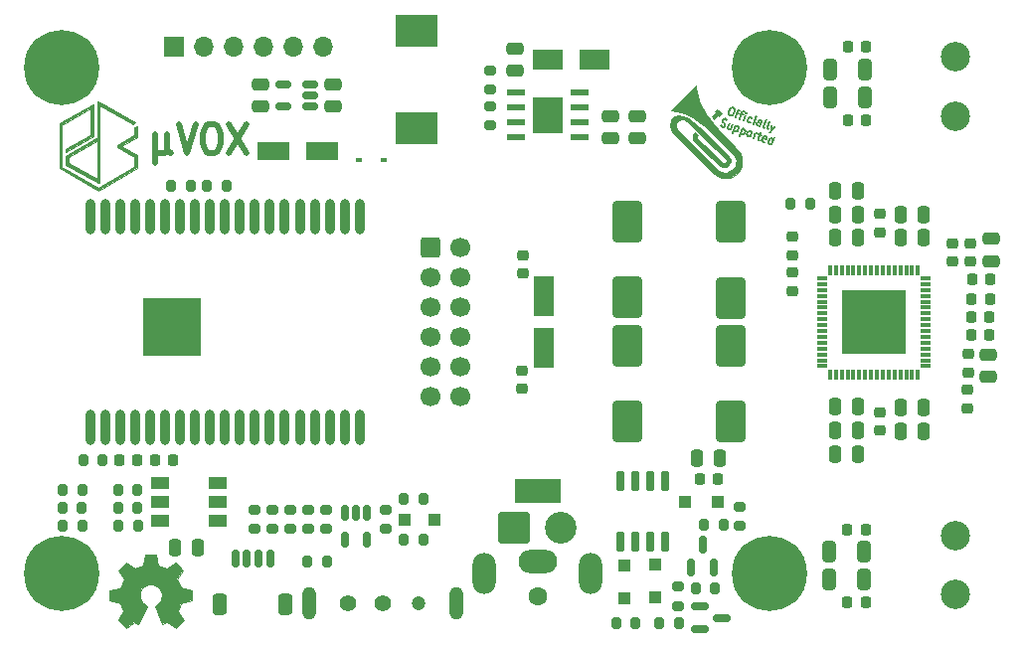
<source format=gbr>
G04 #@! TF.GenerationSoftware,KiCad,Pcbnew,(6.0.4-0)*
G04 #@! TF.CreationDate,2022-09-25T14:52:34+02:00*
G04 #@! TF.ProjectId,muVox,6d75566f-782e-46b6-9963-61645f706362,rc1*
G04 #@! TF.SameCoordinates,Original*
G04 #@! TF.FileFunction,Soldermask,Top*
G04 #@! TF.FilePolarity,Negative*
%FSLAX46Y46*%
G04 Gerber Fmt 4.6, Leading zero omitted, Abs format (unit mm)*
G04 Created by KiCad (PCBNEW (6.0.4-0)) date 2022-09-25 14:52:34*
%MOMM*%
%LPD*%
G01*
G04 APERTURE LIST*
G04 Aperture macros list*
%AMRoundRect*
0 Rectangle with rounded corners*
0 $1 Rounding radius*
0 $2 $3 $4 $5 $6 $7 $8 $9 X,Y pos of 4 corners*
0 Add a 4 corners polygon primitive as box body*
4,1,4,$2,$3,$4,$5,$6,$7,$8,$9,$2,$3,0*
0 Add four circle primitives for the rounded corners*
1,1,$1+$1,$2,$3*
1,1,$1+$1,$4,$5*
1,1,$1+$1,$6,$7*
1,1,$1+$1,$8,$9*
0 Add four rect primitives between the rounded corners*
20,1,$1+$1,$2,$3,$4,$5,0*
20,1,$1+$1,$4,$5,$6,$7,0*
20,1,$1+$1,$6,$7,$8,$9,0*
20,1,$1+$1,$8,$9,$2,$3,0*%
G04 Aperture macros list end*
%ADD10C,0.100000*%
%ADD11C,0.550000*%
%ADD12C,0.162500*%
%ADD13RoundRect,0.250000X-0.475000X0.250000X-0.475000X-0.250000X0.475000X-0.250000X0.475000X0.250000X0*%
%ADD14C,1.600000*%
%ADD15R,4.000000X2.000000*%
%ADD16O,3.300000X2.000000*%
%ADD17O,2.000000X3.500000*%
%ADD18RoundRect,0.150000X0.150000X-0.725000X0.150000X0.725000X-0.150000X0.725000X-0.150000X-0.725000X0*%
%ADD19RoundRect,0.150000X0.512500X0.150000X-0.512500X0.150000X-0.512500X-0.150000X0.512500X-0.150000X0*%
%ADD20RoundRect,0.200000X-0.200000X-0.275000X0.200000X-0.275000X0.200000X0.275000X-0.200000X0.275000X0*%
%ADD21RoundRect,0.250000X-0.600000X-0.600000X0.600000X-0.600000X0.600000X0.600000X-0.600000X0.600000X0*%
%ADD22C,1.700000*%
%ADD23RoundRect,0.225000X0.250000X-0.225000X0.250000X0.225000X-0.250000X0.225000X-0.250000X-0.225000X0*%
%ADD24RoundRect,0.150000X-0.150000X0.512500X-0.150000X-0.512500X0.150000X-0.512500X0.150000X0.512500X0*%
%ADD25RoundRect,0.250000X1.137500X0.550000X-1.137500X0.550000X-1.137500X-0.550000X1.137500X-0.550000X0*%
%ADD26RoundRect,0.150000X-0.587500X-0.150000X0.587500X-0.150000X0.587500X0.150000X-0.587500X0.150000X0*%
%ADD27R,1.100000X1.100000*%
%ADD28RoundRect,0.250000X0.250000X0.475000X-0.250000X0.475000X-0.250000X-0.475000X0.250000X-0.475000X0*%
%ADD29RoundRect,0.200000X0.275000X-0.200000X0.275000X0.200000X-0.275000X0.200000X-0.275000X-0.200000X0*%
%ADD30RoundRect,0.250000X1.000000X-1.500000X1.000000X1.500000X-1.000000X1.500000X-1.000000X-1.500000X0*%
%ADD31RoundRect,0.200000X0.200000X0.275000X-0.200000X0.275000X-0.200000X-0.275000X0.200000X-0.275000X0*%
%ADD32RoundRect,0.225000X-0.225000X-0.250000X0.225000X-0.250000X0.225000X0.250000X-0.225000X0.250000X0*%
%ADD33C,6.400000*%
%ADD34C,2.500000*%
%ADD35R,1.000000X1.000000*%
%ADD36RoundRect,0.225000X0.225000X0.250000X-0.225000X0.250000X-0.225000X-0.250000X0.225000X-0.250000X0*%
%ADD37RoundRect,0.250000X-1.000000X1.500000X-1.000000X-1.500000X1.000000X-1.500000X1.000000X1.500000X0*%
%ADD38RoundRect,0.250000X-0.325000X-0.650000X0.325000X-0.650000X0.325000X0.650000X-0.325000X0.650000X0*%
%ADD39RoundRect,0.250001X-1.099999X-1.099999X1.099999X-1.099999X1.099999X1.099999X-1.099999X1.099999X0*%
%ADD40C,2.700000*%
%ADD41RoundRect,0.200000X-0.275000X0.200000X-0.275000X-0.200000X0.275000X-0.200000X0.275000X0.200000X0*%
%ADD42R,1.700000X1.700000*%
%ADD43O,1.700000X1.700000*%
%ADD44RoundRect,0.075000X-0.075000X0.362500X-0.075000X-0.362500X0.075000X-0.362500X0.075000X0.362500X0*%
%ADD45RoundRect,0.075000X-0.362500X0.075000X-0.362500X-0.075000X0.362500X-0.075000X0.362500X0.075000X0*%
%ADD46R,5.450000X5.450000*%
%ADD47R,3.600000X2.700000*%
%ADD48RoundRect,0.250000X0.475000X-0.250000X0.475000X0.250000X-0.475000X0.250000X-0.475000X-0.250000X0*%
%ADD49R,1.550000X0.600000*%
%ADD50R,2.600000X3.100000*%
%ADD51C,1.400000*%
%ADD52C,1.200000*%
%ADD53O,1.208000X2.800000*%
%ADD54RoundRect,0.250000X-0.250000X-0.475000X0.250000X-0.475000X0.250000X0.475000X-0.250000X0.475000X0*%
%ADD55R,1.500000X1.000000*%
%ADD56RoundRect,0.150000X-0.150000X-0.625000X0.150000X-0.625000X0.150000X0.625000X-0.150000X0.625000X0*%
%ADD57RoundRect,0.250000X-0.350000X-0.650000X0.350000X-0.650000X0.350000X0.650000X-0.350000X0.650000X0*%
%ADD58RoundRect,0.225000X-0.250000X0.225000X-0.250000X-0.225000X0.250000X-0.225000X0.250000X0.225000X0*%
%ADD59R,0.600000X0.450000*%
%ADD60R,1.800000X3.500000*%
%ADD61O,0.900000X3.000000*%
%ADD62C,0.800000*%
%ADD63R,5.000000X5.000000*%
%ADD64RoundRect,0.150000X0.150000X-0.587500X0.150000X0.587500X-0.150000X0.587500X-0.150000X-0.587500X0*%
%ADD65R,2.500000X1.800000*%
G04 APERTURE END LIST*
D10*
G36*
X86982050Y-155129730D02*
G01*
X87686000Y-155417781D01*
X88481050Y-154911880D01*
X89100600Y-155550000D01*
X88600600Y-156350000D01*
X88872750Y-157003331D01*
X89817600Y-157240430D01*
X89817600Y-158133180D01*
X88900600Y-158350000D01*
X88634050Y-159029710D01*
X89116350Y-159791700D01*
X88484850Y-160469600D01*
X87742150Y-160006000D01*
X87334700Y-160153571D01*
X86733565Y-158600830D01*
X87181700Y-158172230D01*
X87300600Y-157550000D01*
X87020000Y-157008480D01*
X86527135Y-156742630D01*
X86100600Y-156750000D01*
X85641720Y-157008480D01*
X85400600Y-157450000D01*
X85400600Y-157850000D01*
X85600600Y-158250000D01*
X86000600Y-158650000D01*
X85300600Y-160150000D01*
X84919600Y-160006000D01*
X84231670Y-160478010D01*
X83548345Y-159787360D01*
X84027675Y-159029440D01*
X83722495Y-158334980D01*
X82844405Y-158133180D01*
X82844405Y-157252080D01*
X83743654Y-157045930D01*
X84047475Y-156324930D01*
X83554045Y-155538730D01*
X84231670Y-154907030D01*
X84976025Y-155417781D01*
X85678880Y-155134830D01*
X85890470Y-154206030D01*
X86782670Y-154206030D01*
X86982050Y-155129730D01*
G37*
X86982050Y-155129730D02*
X87686000Y-155417781D01*
X88481050Y-154911880D01*
X89100600Y-155550000D01*
X88600600Y-156350000D01*
X88872750Y-157003331D01*
X89817600Y-157240430D01*
X89817600Y-158133180D01*
X88900600Y-158350000D01*
X88634050Y-159029710D01*
X89116350Y-159791700D01*
X88484850Y-160469600D01*
X87742150Y-160006000D01*
X87334700Y-160153571D01*
X86733565Y-158600830D01*
X87181700Y-158172230D01*
X87300600Y-157550000D01*
X87020000Y-157008480D01*
X86527135Y-156742630D01*
X86100600Y-156750000D01*
X85641720Y-157008480D01*
X85400600Y-157450000D01*
X85400600Y-157850000D01*
X85600600Y-158250000D01*
X86000600Y-158650000D01*
X85300600Y-160150000D01*
X84919600Y-160006000D01*
X84231670Y-160478010D01*
X83548345Y-159787360D01*
X84027675Y-159029440D01*
X83722495Y-158334980D01*
X82844405Y-158133180D01*
X82844405Y-157252080D01*
X83743654Y-157045930D01*
X84047475Y-156324930D01*
X83554045Y-155538730D01*
X84231670Y-154907030D01*
X84976025Y-155417781D01*
X85678880Y-155134830D01*
X85890470Y-154206030D01*
X86782670Y-154206030D01*
X86982050Y-155129730D01*
G36*
X81451600Y-118560400D02*
G01*
X79091600Y-119940400D01*
X79101600Y-119670400D01*
X81221600Y-118450400D01*
X81221600Y-116210400D01*
X78781600Y-117620400D01*
X78781600Y-121180400D01*
X81861600Y-122960400D01*
X84941600Y-121160400D01*
X84941600Y-120310400D01*
X83501600Y-119470400D01*
X83501600Y-119340400D01*
X84941600Y-118520400D01*
X84941600Y-117820400D01*
X85151600Y-117690400D01*
X85151600Y-118620400D01*
X83831600Y-119390400D01*
X85151600Y-120170400D01*
X85151600Y-121290400D01*
X81861600Y-123210400D01*
X78571600Y-121300400D01*
X78571600Y-117490400D01*
X81441600Y-115840400D01*
X81451600Y-118560400D01*
G37*
X81451600Y-118560400D02*
X79091600Y-119940400D01*
X79101600Y-119670400D01*
X81221600Y-118450400D01*
X81221600Y-116210400D01*
X78781600Y-117620400D01*
X78781600Y-121180400D01*
X81861600Y-122960400D01*
X84941600Y-121160400D01*
X84941600Y-120310400D01*
X83501600Y-119470400D01*
X83501600Y-119340400D01*
X84941600Y-118520400D01*
X84941600Y-117820400D01*
X85151600Y-117690400D01*
X85151600Y-118620400D01*
X83831600Y-119390400D01*
X85151600Y-120170400D01*
X85151600Y-121290400D01*
X81861600Y-123210400D01*
X78571600Y-121300400D01*
X78571600Y-117490400D01*
X81441600Y-115840400D01*
X81451600Y-118560400D01*
G36*
X85021600Y-117410400D02*
G01*
X84801600Y-117530400D01*
X81971600Y-115900400D01*
X81971600Y-122520400D01*
X81861600Y-122580400D01*
X79111600Y-120990400D01*
X79111600Y-120280400D01*
X79341600Y-120410400D01*
X79341600Y-120840400D01*
X81761600Y-122240400D01*
X81771600Y-115640400D01*
X81871600Y-115590400D01*
X85021600Y-117410400D01*
G37*
X85021600Y-117410400D02*
X84801600Y-117530400D01*
X81971600Y-115900400D01*
X81971600Y-122520400D01*
X81861600Y-122580400D01*
X79111600Y-120990400D01*
X79111600Y-120280400D01*
X79341600Y-120410400D01*
X79341600Y-120840400D01*
X81761600Y-122240400D01*
X81771600Y-115640400D01*
X81871600Y-115590400D01*
X85021600Y-117410400D01*
G36*
X134948500Y-116630500D02*
G01*
X134719900Y-116859100D01*
X134643700Y-116782900D01*
X134313500Y-117113100D01*
X134084900Y-116884500D01*
X134415100Y-116554300D01*
X134338900Y-116478100D01*
X134567500Y-116249500D01*
X134948500Y-116630500D01*
G37*
X134948500Y-116630500D02*
X134719900Y-116859100D01*
X134643700Y-116782900D01*
X134313500Y-117113100D01*
X134084900Y-116884500D01*
X134415100Y-116554300D01*
X134338900Y-116478100D01*
X134567500Y-116249500D01*
X134948500Y-116630500D01*
G36*
X81731600Y-118990400D02*
G01*
X79331600Y-120380400D01*
X79111600Y-120270400D01*
X81741600Y-118770400D01*
X81731600Y-118990400D01*
G37*
X81731600Y-118990400D02*
X79331600Y-120380400D01*
X79111600Y-120270400D01*
X81741600Y-118770400D01*
X81731600Y-118990400D01*
G36*
X132799100Y-114499100D02*
G01*
X132824500Y-114753100D01*
X132926100Y-115159500D01*
X133129300Y-115769100D01*
X133357900Y-116200900D01*
X133688100Y-116785100D01*
X133992900Y-117191500D01*
X134246900Y-117521700D01*
X134780300Y-118131300D01*
X135262900Y-118664700D01*
X135770900Y-119198100D01*
X136253500Y-119680700D01*
X136532900Y-120036300D01*
X136659900Y-120417300D01*
X136685300Y-120823700D01*
X136659900Y-121103100D01*
X136583700Y-121306300D01*
X136405900Y-121611100D01*
X136253500Y-121788900D01*
X135974100Y-121992100D01*
X135694700Y-122093700D01*
X135364500Y-122144500D01*
X135085100Y-122144500D01*
X134856500Y-122093700D01*
X134450100Y-121890500D01*
X134069100Y-121560300D01*
X131021100Y-118512300D01*
X130817900Y-118283700D01*
X130640100Y-117978900D01*
X130589300Y-117623300D01*
X130665500Y-117293100D01*
X130767100Y-117064500D01*
X130995700Y-116861300D01*
X131300500Y-116810500D01*
X131605300Y-116835900D01*
X131960900Y-116988300D01*
X132341900Y-117216900D01*
X132824500Y-117597900D01*
X133357900Y-118055100D01*
X135440700Y-120188700D01*
X135643900Y-120391900D01*
X135720100Y-120595100D01*
X135694700Y-120798300D01*
X135593100Y-120976100D01*
X135440700Y-121103100D01*
X135262900Y-121179300D01*
X135110500Y-121204700D01*
X134932700Y-121179300D01*
X134704100Y-121052300D01*
X132621300Y-118969500D01*
X132519700Y-118817100D01*
X132494300Y-118588500D01*
X132545100Y-118410700D01*
X132595900Y-118283700D01*
X132697500Y-118232900D01*
X132926100Y-118461500D01*
X132875300Y-118512300D01*
X132824500Y-118613900D01*
X132849900Y-118715500D01*
X134932700Y-120798300D01*
X134983500Y-120823700D01*
X135059700Y-120849100D01*
X135135900Y-120849100D01*
X135237500Y-120823700D01*
X135313700Y-120772900D01*
X135364500Y-120722100D01*
X135389900Y-120645900D01*
X135364500Y-120569700D01*
X132037100Y-117318500D01*
X131859300Y-117216900D01*
X131757700Y-117166100D01*
X131630700Y-117140700D01*
X131478300Y-117140700D01*
X131325900Y-117191500D01*
X131224300Y-117267700D01*
X131097300Y-117420100D01*
X131071900Y-117496300D01*
X131046500Y-117623300D01*
X131071900Y-117826500D01*
X131148100Y-117978900D01*
X134526300Y-121357100D01*
X134653300Y-121458700D01*
X134881900Y-121585700D01*
X135008900Y-121636500D01*
X135161300Y-121661900D01*
X135364500Y-121661900D01*
X135669300Y-121560300D01*
X135847100Y-121433300D01*
X135999500Y-121280900D01*
X136126500Y-121077700D01*
X136177300Y-120849100D01*
X136202700Y-120671300D01*
X136177300Y-120442700D01*
X136050300Y-120239500D01*
X134196100Y-118359900D01*
X133815100Y-118004300D01*
X133484900Y-117699500D01*
X132951500Y-117293100D01*
X132468900Y-116962900D01*
X132011700Y-116708900D01*
X131478300Y-116505700D01*
X130665500Y-116353300D01*
X132748300Y-114270500D01*
X132799100Y-114499100D01*
G37*
X132799100Y-114499100D02*
X132824500Y-114753100D01*
X132926100Y-115159500D01*
X133129300Y-115769100D01*
X133357900Y-116200900D01*
X133688100Y-116785100D01*
X133992900Y-117191500D01*
X134246900Y-117521700D01*
X134780300Y-118131300D01*
X135262900Y-118664700D01*
X135770900Y-119198100D01*
X136253500Y-119680700D01*
X136532900Y-120036300D01*
X136659900Y-120417300D01*
X136685300Y-120823700D01*
X136659900Y-121103100D01*
X136583700Y-121306300D01*
X136405900Y-121611100D01*
X136253500Y-121788900D01*
X135974100Y-121992100D01*
X135694700Y-122093700D01*
X135364500Y-122144500D01*
X135085100Y-122144500D01*
X134856500Y-122093700D01*
X134450100Y-121890500D01*
X134069100Y-121560300D01*
X131021100Y-118512300D01*
X130817900Y-118283700D01*
X130640100Y-117978900D01*
X130589300Y-117623300D01*
X130665500Y-117293100D01*
X130767100Y-117064500D01*
X130995700Y-116861300D01*
X131300500Y-116810500D01*
X131605300Y-116835900D01*
X131960900Y-116988300D01*
X132341900Y-117216900D01*
X132824500Y-117597900D01*
X133357900Y-118055100D01*
X135440700Y-120188700D01*
X135643900Y-120391900D01*
X135720100Y-120595100D01*
X135694700Y-120798300D01*
X135593100Y-120976100D01*
X135440700Y-121103100D01*
X135262900Y-121179300D01*
X135110500Y-121204700D01*
X134932700Y-121179300D01*
X134704100Y-121052300D01*
X132621300Y-118969500D01*
X132519700Y-118817100D01*
X132494300Y-118588500D01*
X132545100Y-118410700D01*
X132595900Y-118283700D01*
X132697500Y-118232900D01*
X132926100Y-118461500D01*
X132875300Y-118512300D01*
X132824500Y-118613900D01*
X132849900Y-118715500D01*
X134932700Y-120798300D01*
X134983500Y-120823700D01*
X135059700Y-120849100D01*
X135135900Y-120849100D01*
X135237500Y-120823700D01*
X135313700Y-120772900D01*
X135364500Y-120722100D01*
X135389900Y-120645900D01*
X135364500Y-120569700D01*
X132037100Y-117318500D01*
X131859300Y-117216900D01*
X131757700Y-117166100D01*
X131630700Y-117140700D01*
X131478300Y-117140700D01*
X131325900Y-117191500D01*
X131224300Y-117267700D01*
X131097300Y-117420100D01*
X131071900Y-117496300D01*
X131046500Y-117623300D01*
X131071900Y-117826500D01*
X131148100Y-117978900D01*
X134526300Y-121357100D01*
X134653300Y-121458700D01*
X134881900Y-121585700D01*
X135008900Y-121636500D01*
X135161300Y-121661900D01*
X135364500Y-121661900D01*
X135669300Y-121560300D01*
X135847100Y-121433300D01*
X135999500Y-121280900D01*
X136126500Y-121077700D01*
X136177300Y-120849100D01*
X136202700Y-120671300D01*
X136177300Y-120442700D01*
X136050300Y-120239500D01*
X134196100Y-118359900D01*
X133815100Y-118004300D01*
X133484900Y-117699500D01*
X132951500Y-117293100D01*
X132468900Y-116962900D01*
X132011700Y-116708900D01*
X131478300Y-116505700D01*
X130665500Y-116353300D01*
X132748300Y-114270500D01*
X132799100Y-114499100D01*
D11*
X86703371Y-118361685D02*
X86703371Y-120861685D01*
X87750990Y-119671209D02*
X87855752Y-119909304D01*
X88065276Y-120028352D01*
X86703371Y-119671209D02*
X86808133Y-119909304D01*
X87017657Y-120028352D01*
X87436704Y-120028352D01*
X87646228Y-119909304D01*
X87750990Y-119671209D01*
X87750990Y-118361685D01*
X88693847Y-117528352D02*
X89427180Y-120028352D01*
X90160514Y-117528352D01*
X91312895Y-117528352D02*
X91731942Y-117528352D01*
X91941466Y-117647400D01*
X92150990Y-117885495D01*
X92255752Y-118361685D01*
X92255752Y-119195019D01*
X92150990Y-119671209D01*
X91941466Y-119909304D01*
X91731942Y-120028352D01*
X91312895Y-120028352D01*
X91103371Y-119909304D01*
X90893847Y-119671209D01*
X90789085Y-119195019D01*
X90789085Y-118361685D01*
X90893847Y-117885495D01*
X91103371Y-117647400D01*
X91312895Y-117528352D01*
X92989085Y-117528352D02*
X94455752Y-120028352D01*
X94455752Y-117528352D02*
X92989085Y-120028352D01*
D12*
X135850163Y-116113507D02*
X135966506Y-116155853D01*
X136013277Y-116208348D01*
X136048647Y-116292167D01*
X136032130Y-116428046D01*
X135952325Y-116647307D01*
X135877637Y-116762013D01*
X135796664Y-116803487D01*
X135727092Y-116813637D01*
X135610749Y-116771292D01*
X135563978Y-116718796D01*
X135528608Y-116634977D01*
X135545125Y-116499099D01*
X135624930Y-116279837D01*
X135699618Y-116165131D01*
X135780591Y-116123658D01*
X135850163Y-116113507D01*
X136206644Y-116491564D02*
X136439330Y-116576255D01*
X136134292Y-116961846D02*
X136339504Y-116398031D01*
X136391391Y-116345971D01*
X136460963Y-116335820D01*
X136519135Y-116356993D01*
X136555673Y-116618600D02*
X136788359Y-116703291D01*
X136483321Y-117088882D02*
X136688533Y-116525067D01*
X136740420Y-116473007D01*
X136809992Y-116462856D01*
X136868164Y-116484029D01*
X136832350Y-117215918D02*
X136991959Y-116777395D01*
X137071764Y-116558133D02*
X137031277Y-116578870D01*
X137048962Y-116620780D01*
X137089449Y-116600043D01*
X137071764Y-116558133D01*
X137048962Y-116620780D01*
X137396379Y-117385736D02*
X137326807Y-117395886D01*
X137210464Y-117353541D01*
X137163693Y-117301045D01*
X137146008Y-117259135D01*
X137139724Y-117185903D01*
X137208128Y-116997964D01*
X137260015Y-116945905D01*
X137300501Y-116925168D01*
X137370073Y-116915017D01*
X137486416Y-116957363D01*
X137533187Y-117009859D01*
X137646750Y-117512336D02*
X137806359Y-117073812D01*
X137886164Y-116854551D02*
X137845677Y-116875288D01*
X137863363Y-116917197D01*
X137903849Y-116896460D01*
X137886164Y-116854551D01*
X137863363Y-116917197D01*
X138199379Y-117713476D02*
X138324786Y-117368922D01*
X138318502Y-117295690D01*
X138271731Y-117243194D01*
X138155388Y-117200849D01*
X138085816Y-117210999D01*
X138210779Y-117682153D02*
X138141207Y-117692303D01*
X137995778Y-117639372D01*
X137949008Y-117586876D01*
X137942723Y-117513643D01*
X137965525Y-117450997D01*
X138017412Y-117398937D01*
X138086984Y-117388787D01*
X138232412Y-117441719D01*
X138301985Y-117431568D01*
X138577493Y-117851099D02*
X138530722Y-117798603D01*
X138524438Y-117725370D01*
X138729650Y-117161555D01*
X138897436Y-117967548D02*
X138850665Y-117915052D01*
X138844381Y-117841820D01*
X139049593Y-117278004D01*
X139231560Y-117592543D02*
X139217379Y-118083998D01*
X139522417Y-117698406D02*
X139217379Y-118083998D01*
X139102204Y-118219441D01*
X139061718Y-118240177D01*
X138992146Y-118250328D01*
X134844035Y-117656087D02*
X134919892Y-117719170D01*
X135065321Y-117772101D01*
X135134893Y-117761951D01*
X135175379Y-117741214D01*
X135227266Y-117689154D01*
X135250068Y-117626508D01*
X135243783Y-117553276D01*
X135226098Y-117511366D01*
X135179327Y-117458870D01*
X135074385Y-117385202D01*
X135027614Y-117332706D01*
X135009929Y-117290797D01*
X135003645Y-117217564D01*
X135026446Y-117154918D01*
X135078333Y-117102858D01*
X135118820Y-117082121D01*
X135188392Y-117071971D01*
X135333820Y-117124903D01*
X135409677Y-117187985D01*
X135864816Y-117566477D02*
X135705207Y-118005001D01*
X135603044Y-117471200D02*
X135477637Y-117815754D01*
X135483921Y-117888987D01*
X135530692Y-117941483D01*
X135617949Y-117973242D01*
X135687521Y-117963091D01*
X135728008Y-117942354D01*
X136155673Y-117672341D02*
X135916259Y-118330126D01*
X136144273Y-117703664D02*
X136213845Y-117693513D01*
X136330188Y-117735859D01*
X136376958Y-117788355D01*
X136394643Y-117830264D01*
X136400928Y-117903497D01*
X136332524Y-118091435D01*
X136280637Y-118143495D01*
X136240150Y-118164232D01*
X136170578Y-118174382D01*
X136054235Y-118132037D01*
X136007464Y-118079541D01*
X136708302Y-117873481D02*
X136468888Y-118531266D01*
X136696901Y-117904804D02*
X136766473Y-117894654D01*
X136882816Y-117936999D01*
X136929587Y-117989495D01*
X136947272Y-118031404D01*
X136953556Y-118104637D01*
X136885152Y-118292575D01*
X136833265Y-118344635D01*
X136792779Y-118365372D01*
X136723207Y-118375522D01*
X136606864Y-118333177D01*
X136560093Y-118280681D01*
X137188578Y-118544904D02*
X137141808Y-118492408D01*
X137124123Y-118450499D01*
X137117838Y-118377266D01*
X137186242Y-118189328D01*
X137238129Y-118137268D01*
X137278616Y-118116531D01*
X137348188Y-118106381D01*
X137435445Y-118138140D01*
X137482216Y-118190635D01*
X137499901Y-118232545D01*
X137506185Y-118305777D01*
X137437781Y-118493716D01*
X137385894Y-118545776D01*
X137345408Y-118566512D01*
X137275836Y-118576663D01*
X137188578Y-118544904D01*
X137653950Y-118714285D02*
X137813559Y-118275762D01*
X137767957Y-118401054D02*
X137819844Y-118348995D01*
X137860330Y-118328258D01*
X137929902Y-118318107D01*
X137988074Y-118339280D01*
X138104417Y-118381625D02*
X138337102Y-118466316D01*
X138271479Y-118194123D02*
X138066266Y-118757938D01*
X138072551Y-118831171D01*
X138119322Y-118883667D01*
X138177493Y-118904839D01*
X138625180Y-119032311D02*
X138555607Y-119042462D01*
X138439265Y-119000116D01*
X138392494Y-118947621D01*
X138386209Y-118874388D01*
X138477415Y-118623803D01*
X138529302Y-118571744D01*
X138598874Y-118561593D01*
X138715217Y-118603939D01*
X138761988Y-118656434D01*
X138768272Y-118729667D01*
X138745471Y-118792313D01*
X138431812Y-118749096D01*
X139166408Y-119264775D02*
X139405822Y-118606990D01*
X139177808Y-119233452D02*
X139108236Y-119243602D01*
X138991893Y-119201257D01*
X138945123Y-119148761D01*
X138927438Y-119106852D01*
X138921153Y-119033619D01*
X138989557Y-118845681D01*
X139041444Y-118793621D01*
X139081931Y-118772884D01*
X139151503Y-118762734D01*
X139267846Y-118805079D01*
X139314616Y-118857575D01*
D13*
X101859100Y-114146800D03*
X101859100Y-116046800D03*
X95709100Y-114129900D03*
X95709100Y-116029900D03*
D14*
X119260100Y-157789300D03*
D15*
X119260100Y-148789300D03*
D16*
X119260100Y-154789300D03*
D17*
X114760100Y-155789300D03*
X123760100Y-155789300D03*
D18*
X126314200Y-153068100D03*
X127584200Y-153068100D03*
X128854200Y-153068100D03*
X130124200Y-153068100D03*
X130124200Y-147918100D03*
X128854200Y-147918100D03*
X127584200Y-147918100D03*
X126314200Y-147918100D03*
D19*
X99927600Y-116029300D03*
X99927600Y-115079300D03*
X99927600Y-114129300D03*
X97652600Y-114129300D03*
X97652600Y-116029300D03*
D20*
X78829400Y-148691600D03*
X80479400Y-148691600D03*
D21*
X110187600Y-128004300D03*
D22*
X112727600Y-128004300D03*
X110187600Y-130544300D03*
X112727600Y-130544300D03*
X110187600Y-133084300D03*
X112727600Y-133084300D03*
X110187600Y-135624300D03*
X112727600Y-135624300D03*
X110187600Y-138164300D03*
X112727600Y-138164300D03*
X110187600Y-140704300D03*
X112727600Y-140704300D03*
D23*
X140960100Y-128694300D03*
X140960100Y-127144300D03*
D24*
X104763400Y-150647700D03*
X103813400Y-150647700D03*
X102863400Y-150647700D03*
X102863400Y-152922700D03*
X104763400Y-152922700D03*
D25*
X100902600Y-119829300D03*
X96777600Y-119829300D03*
D26*
X133055400Y-158650700D03*
X133055400Y-160550700D03*
X134930400Y-159600700D03*
D27*
X129286000Y-155089400D03*
X129286000Y-157889400D03*
D28*
X152140100Y-127229300D03*
X150240100Y-127229300D03*
D29*
X95199200Y-152031200D03*
X95199200Y-150381200D03*
D20*
X78817200Y-150215600D03*
X80467200Y-150215600D03*
D30*
X135760480Y-142894790D03*
X135760480Y-136394790D03*
D23*
X148400100Y-126734300D03*
X148400100Y-125184300D03*
D31*
X85215900Y-148675000D03*
X83565900Y-148675000D03*
D32*
X133057600Y-147802600D03*
X134607600Y-147802600D03*
D33*
X78770100Y-155779300D03*
D28*
X152140100Y-141679300D03*
X150240100Y-141679300D03*
D34*
X154840100Y-157629300D03*
X154840100Y-152629300D03*
D35*
X107984200Y-151206200D03*
X110484200Y-151206200D03*
D36*
X147215100Y-152049300D03*
X145665100Y-152049300D03*
D20*
X107884200Y-152956200D03*
X109534200Y-152956200D03*
D28*
X152140100Y-143679300D03*
X150240100Y-143679300D03*
D37*
X126915100Y-125804300D03*
X126915100Y-132304300D03*
D31*
X85225000Y-151725000D03*
X83575000Y-151725000D03*
D36*
X88225000Y-146175000D03*
X86675000Y-146175000D03*
X147210100Y-158289300D03*
X145660100Y-158289300D03*
D31*
X135128000Y-151688800D03*
X133478000Y-151688800D03*
D36*
X147260100Y-117219300D03*
X145710100Y-117219300D03*
D38*
X144140100Y-153979300D03*
X147090100Y-153979300D03*
D28*
X146540100Y-123189300D03*
X144640100Y-123189300D03*
D31*
X109534200Y-149456200D03*
X107884200Y-149456200D03*
D23*
X155905200Y-141719600D03*
X155905200Y-140169600D03*
D38*
X144135100Y-156339300D03*
X147085100Y-156339300D03*
D31*
X89740100Y-122779300D03*
X88090100Y-122779300D03*
D20*
X78829400Y-151739600D03*
X80479400Y-151739600D03*
D36*
X85200000Y-146175000D03*
X83650000Y-146175000D03*
D13*
X117365100Y-111079300D03*
X117365100Y-112979300D03*
D39*
X117270100Y-151954300D03*
D40*
X121230100Y-151954300D03*
D38*
X144185100Y-115279300D03*
X147135100Y-115279300D03*
D23*
X118015100Y-130279300D03*
X118015100Y-128729300D03*
D36*
X157775100Y-133939300D03*
X156225100Y-133939300D03*
D41*
X101299400Y-150381200D03*
X101299400Y-152031200D03*
D28*
X146540100Y-127229300D03*
X144640100Y-127229300D03*
D29*
X115265100Y-114604300D03*
X115265100Y-112954300D03*
D33*
X78770100Y-112759300D03*
D38*
X144185100Y-112904300D03*
X147135100Y-112904300D03*
D42*
X88290100Y-110979300D03*
D43*
X90830100Y-110979300D03*
X93370100Y-110979300D03*
X95910100Y-110979300D03*
X98450100Y-110979300D03*
X100990100Y-110979300D03*
D29*
X115265100Y-117654300D03*
X115265100Y-116004300D03*
D44*
X151671350Y-129973050D03*
X151171350Y-129973050D03*
X150671350Y-129973050D03*
X150171350Y-129973050D03*
X149671350Y-129973050D03*
X149171350Y-129973050D03*
X148671350Y-129973050D03*
X148171350Y-129973050D03*
X147671350Y-129973050D03*
X147171350Y-129973050D03*
X146671350Y-129973050D03*
X146171350Y-129973050D03*
X145671350Y-129973050D03*
X145171350Y-129973050D03*
X144671350Y-129973050D03*
X144171350Y-129973050D03*
D45*
X143483850Y-130660550D03*
X143483850Y-131160550D03*
X143483850Y-131660550D03*
X143483850Y-132160550D03*
X143483850Y-132660550D03*
X143483850Y-133160550D03*
X143483850Y-133660550D03*
X143483850Y-134160550D03*
X143483850Y-134660550D03*
X143483850Y-135160550D03*
X143483850Y-135660550D03*
X143483850Y-136160550D03*
X143483850Y-136660550D03*
X143483850Y-137160550D03*
X143483850Y-137660550D03*
X143483850Y-138160550D03*
D44*
X144171350Y-138848050D03*
X144671350Y-138848050D03*
X145171350Y-138848050D03*
X145671350Y-138848050D03*
X146171350Y-138848050D03*
X146671350Y-138848050D03*
X147171350Y-138848050D03*
X147671350Y-138848050D03*
X148171350Y-138848050D03*
X148671350Y-138848050D03*
X149171350Y-138848050D03*
X149671350Y-138848050D03*
X150171350Y-138848050D03*
X150671350Y-138848050D03*
X151171350Y-138848050D03*
X151671350Y-138848050D03*
D45*
X152358850Y-138160550D03*
X152358850Y-137660550D03*
X152358850Y-137160550D03*
X152358850Y-136660550D03*
X152358850Y-136160550D03*
X152358850Y-135660550D03*
X152358850Y-135160550D03*
X152358850Y-134660550D03*
X152358850Y-134160550D03*
X152358850Y-133660550D03*
X152358850Y-133160550D03*
X152358850Y-132660550D03*
X152358850Y-132160550D03*
X152358850Y-131660550D03*
X152358850Y-131160550D03*
X152358850Y-130660550D03*
D46*
X147921350Y-134410550D03*
D47*
X108968100Y-109593300D03*
X108968100Y-117893300D03*
D20*
X129668000Y-160045400D03*
X131318000Y-160045400D03*
D27*
X134597600Y-149707600D03*
X131797600Y-149707600D03*
D20*
X132726200Y-157050500D03*
X134376200Y-157050500D03*
X80575000Y-146175000D03*
X82225000Y-146175000D03*
D23*
X140960100Y-131734300D03*
X140960100Y-130184300D03*
D31*
X85215000Y-150198300D03*
X83565000Y-150198300D03*
D48*
X157930100Y-129219300D03*
X157930100Y-127319300D03*
D41*
X106324400Y-150381200D03*
X106324400Y-152031200D03*
D49*
X117422600Y-114856800D03*
X117422600Y-116126800D03*
X117422600Y-117396800D03*
X117422600Y-118666800D03*
X122822600Y-118666800D03*
X122822600Y-117396800D03*
X122822600Y-116126800D03*
X122822600Y-114856800D03*
D50*
X120122600Y-116761800D03*
D31*
X92765100Y-122779300D03*
X91115100Y-122779300D03*
D51*
X103120400Y-158362800D03*
X106120400Y-158362800D03*
D52*
X109120400Y-158362800D03*
D53*
X99820400Y-158362800D03*
X112320400Y-158362800D03*
D28*
X146540100Y-143629300D03*
X144640100Y-143629300D03*
D31*
X127608600Y-160045400D03*
X125958600Y-160045400D03*
D20*
X99682800Y-154762200D03*
X101332800Y-154762200D03*
D28*
X146540100Y-141579300D03*
X144640100Y-141579300D03*
D29*
X96723200Y-152031200D03*
X96723200Y-150381200D03*
D36*
X147260100Y-110959300D03*
X145710100Y-110959300D03*
D41*
X136525000Y-150115000D03*
X136525000Y-151765000D03*
D20*
X140805100Y-124339300D03*
X142455100Y-124339300D03*
D30*
X126890100Y-142904300D03*
X126890100Y-136404300D03*
D54*
X132879000Y-146002200D03*
X134779000Y-146002200D03*
D37*
X135760480Y-125837290D03*
X135760480Y-132337290D03*
D29*
X98247200Y-152019000D03*
X98247200Y-150369000D03*
D54*
X88422400Y-153619200D03*
X90322400Y-153619200D03*
D23*
X155940100Y-138689300D03*
X155940100Y-137139300D03*
D29*
X99771200Y-152019000D03*
X99771200Y-150369000D03*
D13*
X157680100Y-137149300D03*
X157680100Y-139049300D03*
D23*
X154600100Y-129224300D03*
X154600100Y-127674300D03*
D55*
X87150000Y-148150000D03*
X87150000Y-149750000D03*
X87150000Y-151350000D03*
X92050000Y-151350000D03*
X92050000Y-149750000D03*
X92050000Y-148150000D03*
D56*
X93521400Y-154540200D03*
X94521400Y-154540200D03*
X95521400Y-154540200D03*
X96521400Y-154540200D03*
D57*
X92221400Y-158415200D03*
X97821400Y-158415200D03*
D13*
X127742600Y-116827800D03*
X127742600Y-118727800D03*
D33*
X139000000Y-112759300D03*
D28*
X146540100Y-125229300D03*
X144640100Y-125229300D03*
D29*
X131267200Y-158584400D03*
X131267200Y-156934400D03*
D23*
X156140100Y-129239300D03*
X156140100Y-127689300D03*
D58*
X148430100Y-142114300D03*
X148430100Y-143664300D03*
D32*
X156280100Y-130729300D03*
X157830100Y-130729300D03*
D59*
X104065100Y-120579300D03*
X106165100Y-120579300D03*
D60*
X119840100Y-136579300D03*
X119840100Y-132179300D03*
D58*
X117965100Y-138504300D03*
X117965100Y-140054300D03*
D61*
X81230100Y-143410550D03*
X82500100Y-143410550D03*
X83770100Y-143410550D03*
X85040100Y-143410550D03*
X86310100Y-143410550D03*
X87580100Y-143410550D03*
X88850100Y-143410550D03*
X90120100Y-143410550D03*
X91390100Y-143410550D03*
X92660100Y-143410550D03*
X93930100Y-143410550D03*
X95200100Y-143410550D03*
X96470100Y-143410550D03*
X97740100Y-143410550D03*
X99040100Y-143410550D03*
X100310100Y-143410550D03*
X101580100Y-143410550D03*
X102850100Y-143410550D03*
X104120100Y-143410550D03*
X104120100Y-125410550D03*
X102850100Y-125410550D03*
X101580100Y-125410550D03*
X100310100Y-125410550D03*
X99040100Y-125410550D03*
X97740100Y-125380550D03*
X96470100Y-125380550D03*
X95200100Y-125380550D03*
X93930100Y-125380550D03*
X92660100Y-125380550D03*
X91390100Y-125380550D03*
X90120100Y-125380550D03*
X88850100Y-125380550D03*
X87580100Y-125380550D03*
X86310100Y-125380550D03*
X85040100Y-125380550D03*
X83770100Y-125380550D03*
X82500100Y-125380550D03*
X81230100Y-125380550D03*
D62*
X87140100Y-134810550D03*
X86140100Y-132810550D03*
X86140100Y-135810550D03*
X89140100Y-133810550D03*
X87140100Y-133810550D03*
X88140100Y-135810550D03*
X89140100Y-136810550D03*
X87140100Y-132810550D03*
X86140100Y-134810550D03*
X90140100Y-136810550D03*
X89140100Y-134810550D03*
X86140100Y-133810550D03*
X88140100Y-133810550D03*
D63*
X88150100Y-134810550D03*
D62*
X89140100Y-132810550D03*
X90140100Y-133810550D03*
X88140100Y-134810550D03*
X90140100Y-132810550D03*
X88140100Y-136810550D03*
X89140100Y-135810550D03*
X87140100Y-135810550D03*
X86140100Y-136810550D03*
X87140100Y-136810550D03*
X90140100Y-134810550D03*
X90140100Y-135810550D03*
X88140100Y-132810550D03*
D13*
X125456600Y-116827800D03*
X125456600Y-118727800D03*
D32*
X156215100Y-135459300D03*
X157765100Y-135459300D03*
D27*
X126643900Y-155103600D03*
X126643900Y-157903600D03*
D28*
X146540100Y-145639300D03*
X144640100Y-145639300D03*
D64*
X132359400Y-155270200D03*
X134259400Y-155270200D03*
X133309400Y-153395200D03*
D34*
X154890100Y-111829300D03*
X154890100Y-116829300D03*
D65*
X124115100Y-112029300D03*
X120115100Y-112029300D03*
D28*
X152140100Y-125229300D03*
X150240100Y-125229300D03*
D32*
X156240100Y-132419300D03*
X157790100Y-132419300D03*
D33*
X139000000Y-155779300D03*
M02*

</source>
